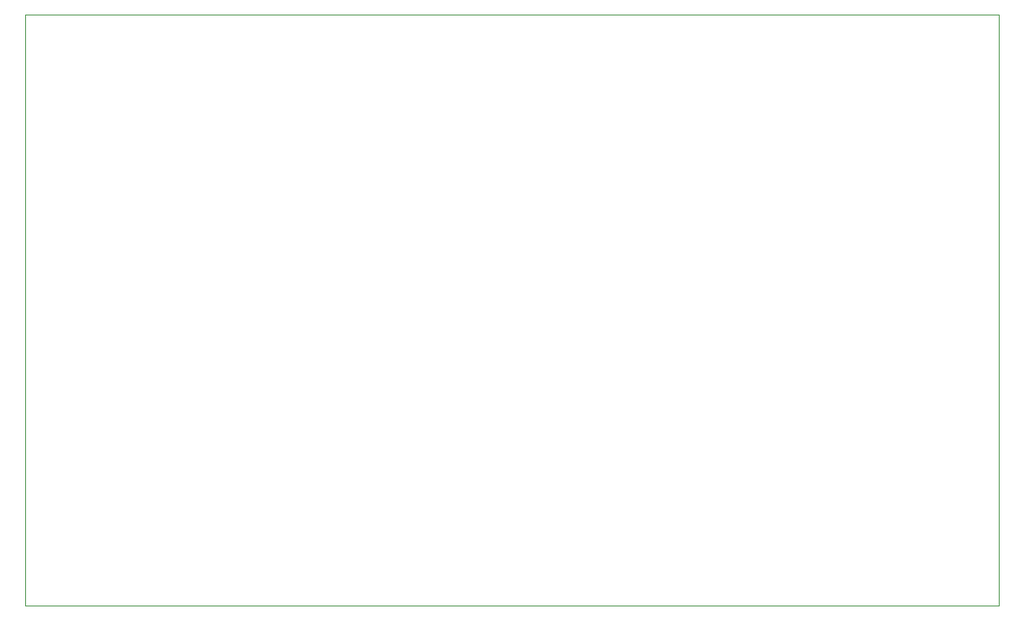
<source format=gm1>
%TF.GenerationSoftware,KiCad,Pcbnew,6.0.1-79c1e3a40b~116~ubuntu21.04.1*%
%TF.CreationDate,2022-04-23T17:06:41-04:00*%
%TF.ProjectId,wing_tester,77696e67-5f74-4657-9374-65722e6b6963,rev?*%
%TF.SameCoordinates,Original*%
%TF.FileFunction,Profile,NP*%
%FSLAX46Y46*%
G04 Gerber Fmt 4.6, Leading zero omitted, Abs format (unit mm)*
G04 Created by KiCad (PCBNEW 6.0.1-79c1e3a40b~116~ubuntu21.04.1) date 2022-04-23 17:06:41*
%MOMM*%
%LPD*%
G01*
G04 APERTURE LIST*
%TA.AperFunction,Profile*%
%ADD10C,0.100000*%
%TD*%
G04 APERTURE END LIST*
D10*
X200250000Y-130375000D02*
X98750000Y-130375000D01*
X98750000Y-130375000D02*
X98750000Y-68750000D01*
X98750000Y-68750000D02*
X200250000Y-68750000D01*
X200250000Y-68750000D02*
X200250000Y-130375000D01*
M02*

</source>
